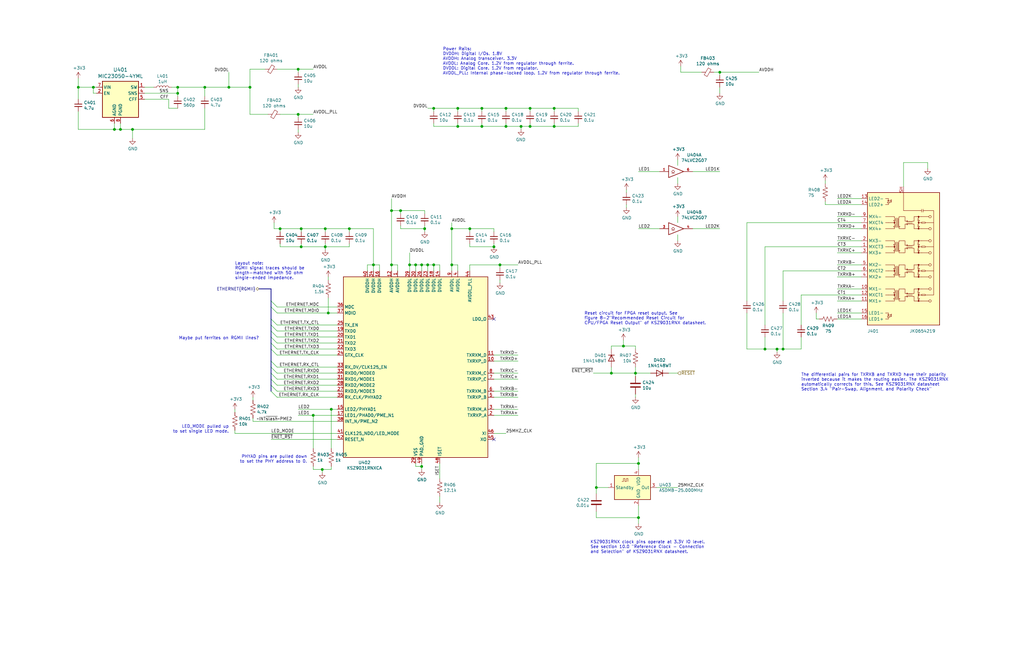
<source format=kicad_sch>
(kicad_sch (version 20201015) (generator eeschema)
  (page 1 15)
  (paper "B")
  (title_block (title "Gigabit Ethernet PHY") (date "2020-07-08") (rev "1.0") (comment 1 "Drawn by: Cameron McQuinn"))
  (bus_alias "RGMII" (members "RXD[0..3]" "TXD[0..3]" "RX_CLK" "TX_CLK" "MDIO" "MDC" "RX_CTL" "TX_CTL"))
  (junction (at 33.02 36.83) (diameter 1.016))
  (junction (at 39.37 36.83) (diameter 1.016))
  (junction (at 48.26 54.61) (diameter 1.016))
  (junction (at 50.8 54.61) (diameter 1.016))
  (junction (at 55.88 54.61) (diameter 1.016))
  (junction (at 74.93 36.83) (diameter 1.016))
  (junction (at 74.93 39.37) (diameter 1.016))
  (junction (at 86.36 36.83) (diameter 1.016))
  (junction (at 96.52 36.83) (diameter 1.016))
  (junction (at 105.41 36.83) (diameter 1.016))
  (junction (at 118.11 96.52) (diameter 1.016))
  (junction (at 125.73 29.21) (diameter 1.016))
  (junction (at 125.73 48.26) (diameter 1.016))
  (junction (at 127 96.52) (diameter 1.016))
  (junction (at 127 104.14) (diameter 1.016))
  (junction (at 132.08 175.26) (diameter 1.016))
  (junction (at 135.89 198.12) (diameter 1.016))
  (junction (at 137.16 96.52) (diameter 1.016))
  (junction (at 137.16 104.14) (diameter 1.016))
  (junction (at 138.43 132.08) (diameter 1.016))
  (junction (at 139.7 172.72) (diameter 1.016))
  (junction (at 147.32 96.52) (diameter 1.016))
  (junction (at 157.48 111.76) (diameter 1.016))
  (junction (at 165.1 88.9) (diameter 1.016))
  (junction (at 165.1 111.76) (diameter 1.016))
  (junction (at 168.91 88.9) (diameter 1.016))
  (junction (at 172.72 111.76) (diameter 1.016))
  (junction (at 175.26 111.76) (diameter 1.016))
  (junction (at 177.8 111.76) (diameter 1.016))
  (junction (at 177.8 196.85) (diameter 1.016))
  (junction (at 179.07 96.52) (diameter 1.016))
  (junction (at 180.34 111.76) (diameter 1.016))
  (junction (at 182.88 45.72) (diameter 1.016))
  (junction (at 182.88 111.76) (diameter 1.016))
  (junction (at 190.5 96.52) (diameter 1.016))
  (junction (at 190.5 111.76) (diameter 1.016))
  (junction (at 193.04 45.72) (diameter 1.016))
  (junction (at 193.04 53.34) (diameter 1.016))
  (junction (at 198.12 96.52) (diameter 1.016))
  (junction (at 203.2 45.72) (diameter 1.016))
  (junction (at 203.2 53.34) (diameter 1.016))
  (junction (at 208.28 104.14) (diameter 1.016))
  (junction (at 210.82 111.76) (diameter 1.016))
  (junction (at 213.36 45.72) (diameter 1.016))
  (junction (at 213.36 53.34) (diameter 1.016))
  (junction (at 219.71 53.34) (diameter 1.016))
  (junction (at 223.52 45.72) (diameter 1.016))
  (junction (at 223.52 53.34) (diameter 1.016))
  (junction (at 233.68 45.72) (diameter 1.016))
  (junction (at 233.68 53.34) (diameter 1.016))
  (junction (at 251.46 205.74) (diameter 1.016))
  (junction (at 257.81 157.48) (diameter 1.016))
  (junction (at 262.89 146.05) (diameter 1.016))
  (junction (at 267.97 157.48) (diameter 1.016))
  (junction (at 269.24 195.58) (diameter 1.016))
  (junction (at 269.24 218.44) (diameter 1.016))
  (junction (at 303.53 30.48) (diameter 1.016))
  (junction (at 322.58 147.32) (diameter 1.016))
  (junction (at 327.66 147.32) (diameter 1.016))
  (junction (at 330.2 147.32) (diameter 1.016))
  (no_connect (at 208.28 134.62))
  (no_connect (at 208.28 185.42))
  (bus_entry (at 114.3 129.54) (size 2.54 2.54) (stroke (width 0.1524)))
  (bus_entry (at 114.3 139.7) (size 2.54 2.54) (stroke (width 0.1524)))
  (bus_entry (at 114.3 142.24) (size 2.54 2.54) (stroke (width 0.1524)))
  (bus_entry (at 114.3 144.78) (size 2.54 2.54) (stroke (width 0.1524)))
  (bus_entry (at 114.3 147.32) (size 2.54 2.54) (stroke (width 0.1524)))
  (bus_entry (at 114.3 154.94) (size 2.54 2.54) (stroke (width 0.1524)))
  (bus_entry (at 114.3 157.48) (size 2.54 2.54) (stroke (width 0.1524)))
  (bus_entry (at 114.3 160.02) (size 2.54 2.54) (stroke (width 0.1524)))
  (bus_entry (at 114.3 162.56) (size 2.54 2.54) (stroke (width 0.1524)))
  (bus_entry (at 114.3 165.1) (size 2.54 2.54) (stroke (width 0.1524)))
  (bus_entry (at 116.84 129.54) (size -2.54 -2.54) (stroke (width 0.1524)))
  (bus_entry (at 116.84 137.16) (size -2.54 -2.54) (stroke (width 0.1524)))
  (bus_entry (at 116.84 139.7) (size -2.54 -2.54) (stroke (width 0.1524)))
  (bus_entry (at 116.84 154.94) (size -2.54 -2.54) (stroke (width 0.1524)))
  (wire (pts (xy 33.02 33.02) (xy 33.02 36.83)))
  (wire (pts (xy 33.02 36.83) (xy 33.02 41.91)))
  (wire (pts (xy 33.02 36.83) (xy 39.37 36.83)))
  (wire (pts (xy 33.02 46.99) (xy 33.02 54.61)))
  (wire (pts (xy 33.02 54.61) (xy 48.26 54.61)))
  (wire (pts (xy 39.37 36.83) (xy 40.64 36.83)))
  (wire (pts (xy 39.37 39.37) (xy 39.37 36.83)))
  (wire (pts (xy 40.64 39.37) (xy 39.37 39.37)))
  (wire (pts (xy 48.26 52.07) (xy 48.26 54.61)))
  (wire (pts (xy 48.26 54.61) (xy 50.8 54.61)))
  (wire (pts (xy 50.8 52.07) (xy 50.8 54.61)))
  (wire (pts (xy 50.8 54.61) (xy 55.88 54.61)))
  (wire (pts (xy 55.88 54.61) (xy 55.88 58.42)))
  (wire (pts (xy 55.88 54.61) (xy 86.36 54.61)))
  (wire (pts (xy 60.96 36.83) (xy 64.77 36.83)))
  (wire (pts (xy 60.96 39.37) (xy 74.93 39.37)))
  (wire (pts (xy 60.96 41.91) (xy 71.12 41.91)))
  (wire (pts (xy 71.12 41.91) (xy 71.12 45.72)))
  (wire (pts (xy 71.12 45.72) (xy 74.93 45.72)))
  (wire (pts (xy 72.39 36.83) (xy 74.93 36.83)))
  (wire (pts (xy 74.93 36.83) (xy 74.93 39.37)))
  (wire (pts (xy 74.93 36.83) (xy 86.36 36.83)))
  (wire (pts (xy 74.93 39.37) (xy 74.93 40.64)))
  (wire (pts (xy 86.36 36.83) (xy 86.36 40.64)))
  (wire (pts (xy 86.36 36.83) (xy 96.52 36.83)))
  (wire (pts (xy 86.36 45.72) (xy 86.36 54.61)))
  (wire (pts (xy 96.52 30.48) (xy 96.52 36.83)))
  (wire (pts (xy 96.52 36.83) (xy 105.41 36.83)))
  (wire (pts (xy 99.06 172.72) (xy 99.06 173.99)))
  (wire (pts (xy 99.06 181.61) (xy 99.06 182.88)))
  (wire (pts (xy 99.06 182.88) (xy 142.24 182.88)))
  (wire (pts (xy 105.41 29.21) (xy 105.41 36.83)))
  (wire (pts (xy 105.41 36.83) (xy 105.41 48.26)))
  (wire (pts (xy 105.41 48.26) (xy 113.03 48.26)))
  (wire (pts (xy 106.68 167.64) (xy 106.68 168.91)))
  (wire (pts (xy 106.68 176.53) (xy 106.68 177.8)))
  (wire (pts (xy 106.68 177.8) (xy 142.24 177.8)))
  (wire (pts (xy 111.76 29.21) (xy 105.41 29.21)))
  (wire (pts (xy 114.3 185.42) (xy 142.24 185.42)))
  (wire (pts (xy 115.57 93.98) (xy 115.57 96.52)))
  (wire (pts (xy 115.57 96.52) (xy 118.11 96.52)))
  (wire (pts (xy 116.84 29.21) (xy 125.73 29.21)))
  (wire (pts (xy 116.84 129.54) (xy 142.24 129.54)))
  (wire (pts (xy 116.84 132.08) (xy 138.43 132.08)))
  (wire (pts (xy 116.84 137.16) (xy 142.24 137.16)))
  (wire (pts (xy 116.84 139.7) (xy 142.24 139.7)))
  (wire (pts (xy 116.84 142.24) (xy 142.24 142.24)))
  (wire (pts (xy 116.84 144.78) (xy 142.24 144.78)))
  (wire (pts (xy 116.84 147.32) (xy 142.24 147.32)))
  (wire (pts (xy 116.84 149.86) (xy 142.24 149.86)))
  (wire (pts (xy 116.84 154.94) (xy 142.24 154.94)))
  (wire (pts (xy 116.84 157.48) (xy 142.24 157.48)))
  (wire (pts (xy 116.84 160.02) (xy 142.24 160.02)))
  (wire (pts (xy 116.84 162.56) (xy 142.24 162.56)))
  (wire (pts (xy 116.84 165.1) (xy 142.24 165.1)))
  (wire (pts (xy 116.84 167.64) (xy 142.24 167.64)))
  (wire (pts (xy 118.11 48.26) (xy 125.73 48.26)))
  (wire (pts (xy 118.11 96.52) (xy 118.11 97.79)))
  (wire (pts (xy 118.11 102.87) (xy 118.11 104.14)))
  (wire (pts (xy 125.73 29.21) (xy 132.08 29.21)))
  (wire (pts (xy 125.73 30.48) (xy 125.73 29.21)))
  (wire (pts (xy 125.73 36.83) (xy 125.73 35.56)))
  (wire (pts (xy 125.73 48.26) (xy 125.73 49.53)))
  (wire (pts (xy 125.73 48.26) (xy 132.08 48.26)))
  (wire (pts (xy 125.73 54.61) (xy 125.73 55.88)))
  (wire (pts (xy 125.73 172.72) (xy 139.7 172.72)))
  (wire (pts (xy 125.73 175.26) (xy 132.08 175.26)))
  (wire (pts (xy 127 96.52) (xy 118.11 96.52)))
  (wire (pts (xy 127 96.52) (xy 127 97.79)))
  (wire (pts (xy 127 96.52) (xy 137.16 96.52)))
  (wire (pts (xy 127 102.87) (xy 127 104.14)))
  (wire (pts (xy 127 104.14) (xy 118.11 104.14)))
  (wire (pts (xy 127 104.14) (xy 137.16 104.14)))
  (wire (pts (xy 132.08 175.26) (xy 132.08 189.23)))
  (wire (pts (xy 132.08 175.26) (xy 142.24 175.26)))
  (wire (pts (xy 132.08 196.85) (xy 132.08 198.12)))
  (wire (pts (xy 132.08 198.12) (xy 135.89 198.12)))
  (wire (pts (xy 135.89 198.12) (xy 135.89 199.39)))
  (wire (pts (xy 135.89 198.12) (xy 139.7 198.12)))
  (wire (pts (xy 137.16 96.52) (xy 137.16 97.79)))
  (wire (pts (xy 137.16 96.52) (xy 147.32 96.52)))
  (wire (pts (xy 137.16 102.87) (xy 137.16 104.14)))
  (wire (pts (xy 137.16 104.14) (xy 137.16 105.41)))
  (wire (pts (xy 138.43 116.84) (xy 138.43 118.11)))
  (wire (pts (xy 138.43 125.73) (xy 138.43 132.08)))
  (wire (pts (xy 138.43 132.08) (xy 142.24 132.08)))
  (wire (pts (xy 139.7 172.72) (xy 139.7 189.23)))
  (wire (pts (xy 139.7 172.72) (xy 142.24 172.72)))
  (wire (pts (xy 139.7 198.12) (xy 139.7 196.85)))
  (wire (pts (xy 147.32 96.52) (xy 147.32 97.79)))
  (wire (pts (xy 147.32 96.52) (xy 157.48 96.52)))
  (wire (pts (xy 147.32 102.87) (xy 147.32 104.14)))
  (wire (pts (xy 147.32 104.14) (xy 137.16 104.14)))
  (wire (pts (xy 154.94 111.76) (xy 157.48 111.76)))
  (wire (pts (xy 154.94 114.3) (xy 154.94 111.76)))
  (wire (pts (xy 157.48 96.52) (xy 157.48 111.76)))
  (wire (pts (xy 157.48 111.76) (xy 157.48 114.3)))
  (wire (pts (xy 157.48 111.76) (xy 160.02 111.76)))
  (wire (pts (xy 160.02 111.76) (xy 160.02 114.3)))
  (wire (pts (xy 165.1 83.82) (xy 165.1 88.9)))
  (wire (pts (xy 165.1 88.9) (xy 165.1 111.76)))
  (wire (pts (xy 165.1 88.9) (xy 168.91 88.9)))
  (wire (pts (xy 165.1 111.76) (xy 165.1 114.3)))
  (wire (pts (xy 167.64 111.76) (xy 165.1 111.76)))
  (wire (pts (xy 167.64 114.3) (xy 167.64 111.76)))
  (wire (pts (xy 168.91 88.9) (xy 168.91 90.17)))
  (wire (pts (xy 168.91 88.9) (xy 179.07 88.9)))
  (wire (pts (xy 168.91 96.52) (xy 168.91 95.25)))
  (wire (pts (xy 168.91 96.52) (xy 179.07 96.52)))
  (wire (pts (xy 172.72 106.68) (xy 172.72 111.76)))
  (wire (pts (xy 172.72 111.76) (xy 172.72 114.3)))
  (wire (pts (xy 175.26 111.76) (xy 172.72 111.76)))
  (wire (pts (xy 175.26 111.76) (xy 175.26 114.3)))
  (wire (pts (xy 175.26 195.58) (xy 175.26 196.85)))
  (wire (pts (xy 175.26 196.85) (xy 177.8 196.85)))
  (wire (pts (xy 177.8 111.76) (xy 175.26 111.76)))
  (wire (pts (xy 177.8 111.76) (xy 177.8 114.3)))
  (wire (pts (xy 177.8 195.58) (xy 177.8 196.85)))
  (wire (pts (xy 177.8 196.85) (xy 177.8 198.12)))
  (wire (pts (xy 179.07 90.17) (xy 179.07 88.9)))
  (wire (pts (xy 179.07 96.52) (xy 179.07 95.25)))
  (wire (pts (xy 179.07 96.52) (xy 179.07 97.79)))
  (wire (pts (xy 180.34 45.72) (xy 182.88 45.72)))
  (wire (pts (xy 180.34 111.76) (xy 177.8 111.76)))
  (wire (pts (xy 180.34 111.76) (xy 180.34 114.3)))
  (wire (pts (xy 182.88 45.72) (xy 193.04 45.72)))
  (wire (pts (xy 182.88 46.99) (xy 182.88 45.72)))
  (wire (pts (xy 182.88 52.07) (xy 182.88 53.34)))
  (wire (pts (xy 182.88 53.34) (xy 193.04 53.34)))
  (wire (pts (xy 182.88 111.76) (xy 180.34 111.76)))
  (wire (pts (xy 182.88 111.76) (xy 182.88 114.3)))
  (wire (pts (xy 185.42 111.76) (xy 182.88 111.76)))
  (wire (pts (xy 185.42 114.3) (xy 185.42 111.76)))
  (wire (pts (xy 185.42 195.58) (xy 185.42 201.93)))
  (wire (pts (xy 185.42 209.55) (xy 185.42 212.09)))
  (wire (pts (xy 190.5 93.98) (xy 190.5 96.52)))
  (wire (pts (xy 190.5 96.52) (xy 190.5 111.76)))
  (wire (pts (xy 190.5 96.52) (xy 198.12 96.52)))
  (wire (pts (xy 190.5 111.76) (xy 193.04 111.76)))
  (wire (pts (xy 190.5 114.3) (xy 190.5 111.76)))
  (wire (pts (xy 193.04 45.72) (xy 193.04 46.99)))
  (wire (pts (xy 193.04 45.72) (xy 203.2 45.72)))
  (wire (pts (xy 193.04 52.07) (xy 193.04 53.34)))
  (wire (pts (xy 193.04 53.34) (xy 203.2 53.34)))
  (wire (pts (xy 193.04 111.76) (xy 193.04 114.3)))
  (wire (pts (xy 198.12 96.52) (xy 198.12 97.79)))
  (wire (pts (xy 198.12 96.52) (xy 208.28 96.52)))
  (wire (pts (xy 198.12 104.14) (xy 198.12 102.87)))
  (wire (pts (xy 198.12 104.14) (xy 208.28 104.14)))
  (wire (pts (xy 198.12 111.76) (xy 198.12 114.3)))
  (wire (pts (xy 198.12 111.76) (xy 210.82 111.76)))
  (wire (pts (xy 203.2 45.72) (xy 203.2 46.99)))
  (wire (pts (xy 203.2 45.72) (xy 213.36 45.72)))
  (wire (pts (xy 203.2 52.07) (xy 203.2 53.34)))
  (wire (pts (xy 203.2 53.34) (xy 213.36 53.34)))
  (wire (pts (xy 208.28 97.79) (xy 208.28 96.52)))
  (wire (pts (xy 208.28 104.14) (xy 208.28 102.87)))
  (wire (pts (xy 208.28 149.86) (xy 218.44 149.86)))
  (wire (pts (xy 208.28 152.4) (xy 218.44 152.4)))
  (wire (pts (xy 208.28 157.48) (xy 218.44 157.48)))
  (wire (pts (xy 208.28 160.02) (xy 218.44 160.02)))
  (wire (pts (xy 208.28 165.1) (xy 218.44 165.1)))
  (wire (pts (xy 208.28 167.64) (xy 218.44 167.64)))
  (wire (pts (xy 208.28 172.72) (xy 218.44 172.72)))
  (wire (pts (xy 208.28 175.26) (xy 218.44 175.26)))
  (wire (pts (xy 208.28 182.88) (xy 213.36 182.88)))
  (wire (pts (xy 210.82 111.76) (xy 210.82 113.03)))
  (wire (pts (xy 210.82 111.76) (xy 218.44 111.76)))
  (wire (pts (xy 210.82 118.11) (xy 210.82 119.38)))
  (wire (pts (xy 213.36 45.72) (xy 213.36 46.99)))
  (wire (pts (xy 213.36 45.72) (xy 223.52 45.72)))
  (wire (pts (xy 213.36 52.07) (xy 213.36 53.34)))
  (wire (pts (xy 213.36 53.34) (xy 219.71 53.34)))
  (wire (pts (xy 219.71 53.34) (xy 219.71 54.61)))
  (wire (pts (xy 223.52 45.72) (xy 223.52 46.99)))
  (wire (pts (xy 223.52 52.07) (xy 223.52 53.34)))
  (wire (pts (xy 223.52 53.34) (xy 219.71 53.34)))
  (wire (pts (xy 233.68 45.72) (xy 223.52 45.72)))
  (wire (pts (xy 233.68 45.72) (xy 233.68 46.99)))
  (wire (pts (xy 233.68 45.72) (xy 243.84 45.72)))
  (wire (pts (xy 233.68 52.07) (xy 233.68 53.34)))
  (wire (pts (xy 233.68 53.34) (xy 223.52 53.34)))
  (wire (pts (xy 233.68 53.34) (xy 243.84 53.34)))
  (wire (pts (xy 243.84 45.72) (xy 243.84 46.99)))
  (wire (pts (xy 243.84 52.07) (xy 243.84 53.34)))
  (wire (pts (xy 250.19 157.48) (xy 257.81 157.48)))
  (wire (pts (xy 251.46 195.58) (xy 251.46 205.74)))
  (wire (pts (xy 251.46 195.58) (xy 269.24 195.58)))
  (wire (pts (xy 251.46 205.74) (xy 251.46 208.28)))
  (wire (pts (xy 251.46 205.74) (xy 256.54 205.74)))
  (wire (pts (xy 251.46 215.9) (xy 251.46 218.44)))
  (wire (pts (xy 251.46 218.44) (xy 269.24 218.44)))
  (wire (pts (xy 257.81 146.05) (xy 262.89 146.05)))
  (wire (pts (xy 257.81 147.32) (xy 257.81 146.05)))
  (wire (pts (xy 257.81 154.94) (xy 257.81 157.48)))
  (wire (pts (xy 257.81 157.48) (xy 267.97 157.48)))
  (wire (pts (xy 262.89 143.51) (xy 262.89 146.05)))
  (wire (pts (xy 262.89 146.05) (xy 267.97 146.05)))
  (wire (pts (xy 264.16 80.01) (xy 264.16 81.28)))
  (wire (pts (xy 264.16 86.36) (xy 264.16 87.63)))
  (wire (pts (xy 267.97 146.05) (xy 267.97 147.32)))
  (wire (pts (xy 267.97 154.94) (xy 267.97 157.48)))
  (wire (pts (xy 267.97 157.48) (xy 267.97 158.75)))
  (wire (pts (xy 267.97 157.48) (xy 274.32 157.48)))
  (wire (pts (xy 267.97 166.37) (xy 267.97 167.64)))
  (wire (pts (xy 269.24 72.39) (xy 278.13 72.39)))
  (wire (pts (xy 269.24 96.52) (xy 278.13 96.52)))
  (wire (pts (xy 269.24 193.04) (xy 269.24 195.58)))
  (wire (pts (xy 269.24 195.58) (xy 269.24 198.12)))
  (wire (pts (xy 269.24 213.36) (xy 269.24 218.44)))
  (wire (pts (xy 269.24 218.44) (xy 269.24 220.98)))
  (wire (pts (xy 276.86 205.74) (xy 285.75 205.74)))
  (wire (pts (xy 281.94 157.48) (xy 285.75 157.48)))
  (wire (pts (xy 285.75 67.31) (xy 285.75 69.85)))
  (wire (pts (xy 285.75 74.93) (xy 285.75 77.47)))
  (wire (pts (xy 285.75 91.44) (xy 285.75 93.98)))
  (wire (pts (xy 285.75 99.06) (xy 285.75 101.6)))
  (wire (pts (xy 287.02 27.94) (xy 287.02 30.48)))
  (wire (pts (xy 287.02 30.48) (xy 295.91 30.48)))
  (wire (pts (xy 292.1 72.39) (xy 303.53 72.39)))
  (wire (pts (xy 292.1 96.52) (xy 303.53 96.52)))
  (wire (pts (xy 303.53 30.48) (xy 300.99 30.48)))
  (wire (pts (xy 303.53 30.48) (xy 303.53 31.75)))
  (wire (pts (xy 303.53 30.48) (xy 320.04 30.48)))
  (wire (pts (xy 303.53 36.83) (xy 303.53 39.37)))
  (wire (pts (xy 314.96 93.98) (xy 363.22 93.98)))
  (wire (pts (xy 314.96 127) (xy 314.96 93.98)))
  (wire (pts (xy 314.96 132.08) (xy 314.96 147.32)))
  (wire (pts (xy 314.96 147.32) (xy 322.58 147.32)))
  (wire (pts (xy 322.58 104.14) (xy 363.22 104.14)))
  (wire (pts (xy 322.58 137.16) (xy 322.58 104.14)))
  (wire (pts (xy 322.58 147.32) (xy 322.58 142.24)))
  (wire (pts (xy 322.58 147.32) (xy 327.66 147.32)))
  (wire (pts (xy 327.66 147.32) (xy 327.66 148.59)))
  (wire (pts (xy 327.66 147.32) (xy 330.2 147.32)))
  (wire (pts (xy 330.2 114.3) (xy 363.22 114.3)))
  (wire (pts (xy 330.2 127) (xy 330.2 114.3)))
  (wire (pts (xy 330.2 147.32) (xy 330.2 132.08)))
  (wire (pts (xy 330.2 147.32) (xy 337.82 147.32)))
  (wire (pts (xy 337.82 124.46) (xy 363.22 124.46)))
  (wire (pts (xy 337.82 137.16) (xy 337.82 124.46)))
  (wire (pts (xy 337.82 147.32) (xy 337.82 142.24)))
  (wire (pts (xy 344.17 132.08) (xy 344.17 134.62)))
  (wire (pts (xy 344.17 134.62) (xy 345.44 134.62)))
  (wire (pts (xy 347.98 76.2) (xy 347.98 77.47)))
  (wire (pts (xy 347.98 85.09) (xy 347.98 86.36)))
  (wire (pts (xy 353.06 83.82) (xy 363.22 83.82)))
  (wire (pts (xy 353.06 91.44) (xy 363.22 91.44)))
  (wire (pts (xy 353.06 96.52) (xy 363.22 96.52)))
  (wire (pts (xy 353.06 101.6) (xy 363.22 101.6)))
  (wire (pts (xy 353.06 106.68) (xy 363.22 106.68)))
  (wire (pts (xy 353.06 111.76) (xy 363.22 111.76)))
  (wire (pts (xy 353.06 116.84) (xy 363.22 116.84)))
  (wire (pts (xy 353.06 121.92) (xy 363.22 121.92)))
  (wire (pts (xy 353.06 127) (xy 363.22 127)))
  (wire (pts (xy 353.06 132.08) (xy 363.22 132.08)))
  (wire (pts (xy 353.06 134.62) (xy 363.22 134.62)))
  (wire (pts (xy 363.22 86.36) (xy 347.98 86.36)))
  (wire (pts (xy 381 68.58) (xy 381 78.74)))
  (wire (pts (xy 391.16 68.58) (xy 381 68.58)))
  (wire (pts (xy 391.16 71.12) (xy 391.16 68.58)))
  (bus (pts (xy 109.22 121.92) (xy 114.3 121.92)))
  (bus (pts (xy 114.3 121.92) (xy 114.3 127)))
  (bus (pts (xy 114.3 127) (xy 114.3 129.54)))
  (bus (pts (xy 114.3 129.54) (xy 114.3 134.62)))
  (bus (pts (xy 114.3 134.62) (xy 114.3 137.16)))
  (bus (pts (xy 114.3 137.16) (xy 114.3 139.7)))
  (bus (pts (xy 114.3 139.7) (xy 114.3 142.24)))
  (bus (pts (xy 114.3 142.24) (xy 114.3 144.78)))
  (bus (pts (xy 114.3 144.78) (xy 114.3 147.32)))
  (bus (pts (xy 114.3 147.32) (xy 114.3 152.4)))
  (bus (pts (xy 114.3 152.4) (xy 114.3 154.94)))
  (bus (pts (xy 114.3 154.94) (xy 114.3 157.48)))
  (bus (pts (xy 114.3 157.48) (xy 114.3 160.02)))
  (bus (pts (xy 114.3 160.02) (xy 114.3 162.56)))
  (bus (pts (xy 114.3 162.56) (xy 114.3 165.1)))
  (text "LED_MODE pulled up\nto set single LED mode." (at 96.52 182.88 180) (effects (font (size 1.27 1.27)) (justify right bottom)))
  (text "Layout note:\nRGMII signal traces should be\nlength-matched with 50 ohm\nsingle-ended impedance." (at 99.06 118.11 0) (effects (font (size 1.27 1.27)) (justify left bottom)))
  (text "Maybe put ferrites on RGMII lines?" (at 109.22 143.51 180) (effects (font (size 1.27 1.27)) (justify right bottom)))
  (text "PHYAD pins are pulled down\nto set the PHY address to 0." (at 129.54 195.58 0) (effects (font (size 1.27 1.27)) (justify right bottom)))
  (text "Power Rails:\nDVDDH: Digital I/Os. 1.8V\nAVDDH: Analog transceiver. 3.3V\nAVDDL: Analog Core. 1.2V from regulator through ferrite.\nDVDDL: Digital Core. 1.2V from regulator.\nAVDDL_PLL: Internal phase-locked loop. 1.2V from regulator through ferrite." (at 186.69 31.75 0) (effects (font (size 1.27 1.27)) (justify left bottom)))
  (text "Reset circuit for FPGA reset output. See \nfigure 8-2\"Recommended Reset Circuit for\nCPU/FPGA Reset Output\" of KSZ9031RNX datasheet." (at 246.38 137.16 0) (effects (font (size 1.27 1.27)) (justify left bottom)))
  (text "KSZ9031RNX clock pins operate at 3.3V IO level.\nSee section 10.0 \"Reference Clock - Connection\nand Selection\" of KSZ9031RNX datasheet." (at 248.92 233.68 0) (effects (font (size 1.27 1.27)) (justify left bottom)))
  (text "The differential pairs for TXRXB and TXRXD have their polarity\ninverted because it makes the routing easier. The KSZ9031RNX\nautomatically corrects for this. See KSZ9031RNX datasheet \nSection 3.4 \"Pair-Swap, Alignment, and Polarity Check\"" (at 337.82 165.1 0) (effects (font (size 1.27 1.27)) (justify left bottom)))
  (label "SNS" (at 71.12 39.37 180))
  (label "CFF" (at 71.12 41.91 180))
  (label "DVDDL" (at 96.52 30.48 180))
  (label "LED_MODE" (at 114.3 182.88 0))
  (label "~ENET_RST" (at 114.3 185.42 0))
  (label "~INT~{slash}~PME2" (at 123.19 177.8 180))
  (label "LED2" (at 125.73 172.72 0))
  (label "LED1" (at 125.73 175.26 0))
  (label "AVDDL" (at 132.08 29.21 0))
  (label "AVDDL_PLL" (at 132.08 48.26 0))
  (label "ETHERNET.MDC" (at 134.62 129.54 180))
  (label "ETHERNET.MDIO" (at 134.62 132.08 180))
  (label "ETHERNET.TX_CTL" (at 134.62 137.16 180))
  (label "ETHERNET.TXD0" (at 134.62 139.7 180))
  (label "ETHERNET.TXD1" (at 134.62 142.24 180))
  (label "ETHERNET.TXD2" (at 134.62 144.78 180))
  (label "ETHERNET.TXD3" (at 134.62 147.32 180))
  (label "ETHERNET.TX_CLK" (at 134.62 149.86 180))
  (label "ETHERNET.RX_CTL" (at 134.62 154.94 180))
  (label "ETHERNET.RXD0" (at 134.62 157.48 180))
  (label "ETHERNET.RXD1" (at 134.62 160.02 180))
  (label "ETHERNET.RXD2" (at 134.62 162.56 180))
  (label "ETHERNET.RXD3" (at 134.62 165.1 180))
  (label "ETHERNET.RX_CLK" (at 134.62 167.64 180))
  (label "AVDDH" (at 165.1 83.82 0))
  (label "DVDDL" (at 172.72 106.68 0))
  (label "DVDDL" (at 180.34 45.72 180))
  (label "ISET" (at 185.42 200.66 90))
  (label "AVDDL" (at 190.5 93.98 0))
  (label "25MHZ_CLK" (at 213.36 182.88 0))
  (label "AVDDL_PLL" (at 218.44 111.76 0))
  (label "TXRXD-" (at 218.44 149.86 180))
  (label "TXRXD+" (at 218.44 152.4 180))
  (label "TXRXC-" (at 218.44 157.48 180))
  (label "TXRXC+" (at 218.44 160.02 180))
  (label "TXRXB-" (at 218.44 165.1 180))
  (label "TXRXB+" (at 218.44 167.64 180))
  (label "TXRXA-" (at 218.44 172.72 180))
  (label "TXRXA+" (at 218.44 175.26 180))
  (label "~ENET_RST" (at 250.19 157.48 180))
  (label "LED1" (at 269.24 72.39 0))
  (label "LED2" (at 269.24 96.52 0))
  (label "25MHZ_CLK" (at 285.75 205.74 0))
  (label "LED1K" (at 303.53 72.39 180))
  (label "LED2K" (at 303.53 96.52 180))
  (label "AVDDH" (at 320.04 30.48 0))
  (label "LED2K" (at 353.06 83.82 0))
  (label "LED2A" (at 353.06 86.36 0))
  (label "TXRXD-" (at 353.06 91.44 0))
  (label "CT4" (at 353.06 93.98 0))
  (label "TXRXD+" (at 353.06 96.52 0))
  (label "TXRXC-" (at 353.06 101.6 0))
  (label "CT3" (at 353.06 104.14 0))
  (label "TXRXC+" (at 353.06 106.68 0))
  (label "TXRXB-" (at 353.06 111.76 0))
  (label "CT2" (at 353.06 114.3 0))
  (label "TXRXB+" (at 353.06 116.84 0))
  (label "TXRXA-" (at 353.06 121.92 0))
  (label "CT1" (at 353.06 124.46 0))
  (label "TXRXA+" (at 353.06 127 0))
  (label "LED1K" (at 353.06 132.08 0))
  (label "LED1A" (at 353.06 134.62 0))
  (hierarchical_label "ETHERNET{RGMII}" (shape bidirectional) (at 109.22 121.92 180))
  (hierarchical_label "~RESET" (shape input) (at 285.75 157.48 0))
  (symbol (lib_id "power:+3V3") (at 33.02 33.02 0) (unit 1)
    (property "Reference" "#PWR0401" (effects hide))
    (property "Value" "+3V3" (at 33.3883 28.6956 0))
  )
  (symbol (lib_id "power:+3V3") (at 99.06 172.72 0) (unit 1)
    (property "Reference" "#PWR0403" (effects hide))
    (property "Value" "+3V3" (at 99.4283 168.3956 0))
  )
  (symbol (lib_id "power:+3V3") (at 106.68 167.64 0) (unit 1)
    (property "Reference" "#PWR0404" (effects hide))
    (property "Value" "+3V3" (at 107.0483 163.3156 0))
  )
  (symbol (lib_id "power:+3V3") (at 115.57 93.98 0) (unit 1)
    (property "Reference" "#PWR0405" (effects hide))
    (property "Value" "+3V3" (at 115.9383 89.6556 0))
  )
  (symbol (lib_id "power:+3V3") (at 138.43 116.84 0) (unit 1)
    (property "Reference" "#PWR0410" (effects hide))
    (property "Value" "+3V3" (at 138.7983 112.5156 0))
  )
  (symbol (lib_id "power:+3V3") (at 262.89 143.51 0) (unit 1)
    (property "Reference" "#PWR0417" (effects hide))
    (property "Value" "+3V3" (at 263.2583 139.1856 0))
  )
  (symbol (lib_id "power:+3V3") (at 264.16 80.01 0) (unit 1)
    (property "Reference" "#PWR0418" (effects hide))
    (property "Value" "+3V3" (at 264.5283 75.6856 0))
  )
  (symbol (lib_id "power:+3V3") (at 269.24 193.04 0) (unit 1)
    (property "Reference" "#PWR0421" (effects hide))
    (property "Value" "+3V3" (at 269.6083 188.7156 0))
  )
  (symbol (lib_id "power:+3V3") (at 285.75 67.31 0) (unit 1)
    (property "Reference" "#PWR0423" (effects hide))
    (property "Value" "+3V3" (at 286.1183 62.9856 0))
  )
  (symbol (lib_id "power:+3V3") (at 285.75 91.44 0) (unit 1)
    (property "Reference" "#PWR0425" (effects hide))
    (property "Value" "+3V3" (at 286.1183 87.1156 0))
  )
  (symbol (lib_id "power:+3V3") (at 287.02 27.94 0) (unit 1)
    (property "Reference" "#PWR0427" (effects hide))
    (property "Value" "+3V3" (at 287.3883 23.6156 0))
  )
  (symbol (lib_id "power:+3V3") (at 344.17 132.08 0) (unit 1)
    (property "Reference" "#PWR0430" (effects hide))
    (property "Value" "+3V3" (at 344.5383 127.7556 0))
  )
  (symbol (lib_id "power:+3V3") (at 347.98 76.2 0) (unit 1)
    (property "Reference" "#PWR0431" (effects hide))
    (property "Value" "+3V3" (at 348.3483 71.8756 0))
  )
  (symbol (lib_id "Device:L") (at 68.58 36.83 90) (unit 1)
    (property "Reference" "L401" (at 68.58 32.1118 90))
    (property "Value" "1uH" (at 68.58 34.417 90))
    (property "Footprint" "Inductor_SMD:L_0805_2012Metric" (effects hide))
    (property "Manufacturer" "TDK" (effects hide))
    (property "Part Number" "MLP2016S1R0MT0S1" (effects hide))
  )
  (symbol (lib_id "power:GND") (at 55.88 58.42 0) (unit 1)
    (property "Reference" "#PWR0402" (effects hide))
    (property "Value" "GND" (at 55.9943 62.7444 0))
  )
  (symbol (lib_id "power:GND") (at 125.73 36.83 0) (unit 1)
    (property "Reference" "#PWR0406" (effects hide))
    (property "Value" "GND" (at 125.8443 41.1544 0))
  )
  (symbol (lib_id "power:GND") (at 125.73 55.88 0) (unit 1)
    (property "Reference" "#PWR0407" (effects hide))
    (property "Value" "GND" (at 125.8443 60.2044 0))
  )
  (symbol (lib_id "power:GND") (at 135.89 199.39 0) (unit 1)
    (property "Reference" "#PWR0408" (effects hide))
    (property "Value" "GND" (at 136.0043 203.7144 0))
  )
  (symbol (lib_id "power:GND") (at 137.16 105.41 0) (unit 1)
    (property "Reference" "#PWR0409" (effects hide))
    (property "Value" "GND" (at 137.2743 109.7344 0))
  )
  (symbol (lib_id "power:GND") (at 177.8 198.12 0) (unit 1)
    (property "Reference" "#PWR0411" (effects hide))
    (property "Value" "GND" (at 177.9143 202.4444 0))
  )
  (symbol (lib_id "power:GND") (at 179.07 97.79 0) (unit 1)
    (property "Reference" "#PWR0412" (effects hide))
    (property "Value" "GND" (at 179.1843 102.1144 0))
  )
  (symbol (lib_id "power:GND") (at 185.42 212.09 0) (unit 1)
    (property "Reference" "#PWR0413" (effects hide))
    (property "Value" "GND" (at 185.5343 216.4144 0))
  )
  (symbol (lib_id "power:GND") (at 208.28 104.14 0) (unit 1)
    (property "Reference" "#PWR0414" (effects hide))
    (property "Value" "GND" (at 208.3943 108.4644 0))
  )
  (symbol (lib_id "power:GND") (at 210.82 119.38 0) (unit 1)
    (property "Reference" "#PWR0415" (effects hide))
    (property "Value" "GND" (at 210.9343 123.7044 0))
  )
  (symbol (lib_id "power:GND") (at 219.71 54.61 0) (mirror y) (unit 1)
    (property "Reference" "#PWR0416" (effects hide))
    (property "Value" "GND" (at 219.5957 58.9344 0))
  )
  (symbol (lib_id "power:GND") (at 264.16 87.63 0) (unit 1)
    (property "Reference" "#PWR0419" (effects hide))
    (property "Value" "GND" (at 264.2743 91.9544 0))
  )
  (symbol (lib_id "power:GND") (at 267.97 167.64 0) (unit 1)
    (property "Reference" "#PWR0420" (effects hide))
    (property "Value" "GND" (at 268.0843 171.9644 0))
  )
  (symbol (lib_id "power:GND") (at 269.24 220.98 0) (unit 1)
    (property "Reference" "#PWR0422" (effects hide))
    (property "Value" "GND" (at 269.3543 225.3044 0))
  )
  (symbol (lib_id "power:GND") (at 285.75 77.47 0) (unit 1)
    (property "Reference" "#PWR0424" (effects hide))
    (property "Value" "GND" (at 285.8643 81.7944 0))
  )
  (symbol (lib_id "power:GND") (at 285.75 101.6 0) (unit 1)
    (property "Reference" "#PWR0426" (effects hide))
    (property "Value" "GND" (at 285.8643 105.9244 0))
  )
  (symbol (lib_id "power:GND") (at 303.53 39.37 0) (unit 1)
    (property "Reference" "#PWR0428" (effects hide))
    (property "Value" "GND" (at 303.6443 43.6944 0))
  )
  (symbol (lib_id "power:GND") (at 327.66 148.59 0) (unit 1)
    (property "Reference" "#PWR0429" (effects hide))
    (property "Value" "GND" (at 327.7743 152.9144 0))
  )
  (symbol (lib_id "power:GND") (at 391.16 71.12 0) (unit 1)
    (property "Reference" "#PWR0432" (effects hide))
    (property "Value" "GND" (at 391.2743 75.4444 0))
  )
  (symbol (lib_id "Device:R_US") (at 99.06 177.8 0) (unit 1)
    (property "Reference" "R401" (at 100.7111 176.6506 0) (effects (justify left)))
    (property "Value" "10k" (at 100.7111 178.9493 0) (effects (justify left)))
    (property "Footprint" "Resistor_SMD:R_0402_1005Metric" (effects hide))
  )
  (symbol (lib_id "Device:R_US") (at 106.68 172.72 0) (unit 1)
    (property "Reference" "R402" (at 108.3311 171.5706 0) (effects (justify left)))
    (property "Value" "4.7k" (at 108.3311 173.8693 0) (effects (justify left)))
    (property "Footprint" "Resistor_SMD:R_0402_1005Metric" (effects hide))
  )
  (symbol (lib_id "Device:R_US") (at 132.08 193.04 0) (unit 1)
    (property "Reference" "R403" (at 133.7311 191.8906 0) (effects (justify left)))
    (property "Value" "1k" (at 133.7311 194.1893 0) (effects (justify left)))
    (property "Footprint" "Resistor_SMD:R_0402_1005Metric" (effects hide))
  )
  (symbol (lib_id "Device:R_US") (at 138.43 121.92 0) (unit 1)
    (property "Reference" "R404" (at 136.7789 120.7706 0) (effects (justify right)))
    (property "Value" "1.5k" (at 136.7789 123.0693 0) (effects (justify right)))
    (property "Footprint" "Resistor_SMD:R_0402_1005Metric" (effects hide))
  )
  (symbol (lib_id "Device:R_US") (at 139.7 193.04 0) (unit 1)
    (property "Reference" "R405" (at 141.3511 191.8906 0) (effects (justify left)))
    (property "Value" "1k" (at 141.3511 194.1893 0) (effects (justify left)))
    (property "Footprint" "Resistor_SMD:R_0402_1005Metric" (effects hide))
  )
  (symbol (lib_id "Device:R_US") (at 185.42 205.74 0) (unit 1)
    (property "Reference" "R406" (at 187.0711 204.5906 0) (effects (justify left)))
    (property "Value" "12.1k" (at 187.0711 206.8893 0) (effects (justify left)))
    (property "Footprint" "Resistor_SMD:R_0402_1005Metric" (effects hide))
  )
  (symbol (lib_id "Device:R_US") (at 267.97 151.13 0) (unit 1)
    (property "Reference" "R407" (at 266.319 149.9806 0) (effects (justify right)))
    (property "Value" "10k" (at 266.319 152.2793 0) (effects (justify right)))
    (property "Footprint" "Resistor_SMD:R_0402_1005Metric" (effects hide))
  )
  (symbol (lib_id "Device:R_US") (at 347.98 81.28 180) (unit 1)
    (property "Reference" "R408" (at 340.7411 80.1306 0) (effects (justify right)))
    (property "Value" "75" (at 340.7411 82.4293 0) (effects (justify right)))
    (property "Footprint" "Resistor_SMD:R_0603_1608Metric" (effects hide))
  )
  (symbol (lib_id "Device:R_US") (at 349.25 134.62 270) (unit 1)
    (property "Reference" "R409" (at 349.25 137.4204 90))
    (property "Value" "75" (at 349.25 139.7191 90))
    (property "Footprint" "Resistor_SMD:R_0603_1608Metric" (effects hide))
  )
  (symbol (lib_id "Device:C_Small") (at 33.02 44.45 0) (unit 1)
    (property "Reference" "C401" (at 35.3442 43.3006 0) (effects (justify left)))
    (property "Value" "4.7u" (at 35.3442 45.5993 0) (effects (justify left)))
    (property "Footprint" "Capacitor_SMD:C_0603_1608Metric" (effects hide))
  )
  (symbol (lib_id "Device:C_Small") (at 74.93 43.18 0) (unit 1)
    (property "Reference" "C402" (at 77.2542 42.0306 0) (effects (justify left)))
    (property "Value" "560p" (at 77.2542 44.3293 0) (effects (justify left)))
    (property "Footprint" "Capacitor_SMD:C_0402_1005Metric" (effects hide))
    (property "Rated Voltage" "50V" (effects hide))
  )
  (symbol (lib_id "Device:C_Small") (at 86.36 43.18 0) (unit 1)
    (property "Reference" "C403" (at 88.6842 42.0306 0) (effects (justify left)))
    (property "Value" "4.7u" (at 88.6968 44.323 0) (effects (justify left)))
    (property "Footprint" "Capacitor_SMD:C_0603_1608Metric" (effects hide))
  )
  (symbol (lib_id "Device:C_Small") (at 118.11 100.33 0) (unit 1)
    (property "Reference" "C404" (at 120.4342 99.1806 0) (effects (justify left)))
    (property "Value" "10u" (at 120.4342 101.4793 0) (effects (justify left)))
    (property "Footprint" "Capacitor_SMD:C_0603_1608Metric" (effects hide))
    (property "Manufacturer" "Samsung Electro-Mechanics" (effects hide))
    (property "Part Number" "CL10A106KP8NNNC" (effects hide))
    (property "Rated Voltage" "10V" (effects hide))
    (property "Temperature Coefficient" "X5R" (effects hide))
    (property "LCSC Part Number" "C19702" (effects hide))
  )
  (symbol (lib_id "Device:C_Small") (at 125.73 33.02 0) (unit 1)
    (property "Reference" "C405" (at 128.0542 31.8706 0) (effects (justify left)))
    (property "Value" "10u" (at 128.0542 34.1693 0) (effects (justify left)))
    (property "Footprint" "Capacitor_SMD:C_0402_1005Metric" (effects hide))
    (property "Manufacturer" "Samsung Electro-Mechanics" (effects hide))
    (property "Part Number" "CL05A106MQ5NUNC" (effects hide))
    (property "Rated Voltage" "6.3V" (effects hide))
    (property "Temperature Coefficient" "X5R" (effects hide))
  )
  (symbol (lib_id "Device:C_Small") (at 125.73 52.07 0) (unit 1)
    (property "Reference" "C406" (at 128.0542 50.9206 0) (effects (justify left)))
    (property "Value" "10u" (at 128.0542 53.2193 0) (effects (justify left)))
    (property "Footprint" "Capacitor_SMD:C_0402_1005Metric" (effects hide))
    (property "Manufacturer" "Samsung Electro-Mechanics" (effects hide))
    (property "Part Number" "CL05A106MQ5NUNC" (effects hide))
    (property "Rated Voltage" "6.3V" (effects hide))
    (property "Temperature Coefficient" "X5R" (effects hide))
  )
  (symbol (lib_id "Device:C_Small") (at 127 100.33 0) (unit 1)
    (property "Reference" "C407" (at 129.3242 99.1806 0) (effects (justify left)))
    (property "Value" "0.1u" (at 129.3242 101.4793 0) (effects (justify left)))
    (property "Footprint" "Capacitor_SMD:C_0402_1005Metric" (effects hide))
    (property "Temperature Coefficient" "X7R" (effects hide))
  )
  (symbol (lib_id "Device:C_Small") (at 137.16 100.33 0) (unit 1)
    (property "Reference" "C408" (at 139.4842 99.1806 0) (effects (justify left)))
    (property "Value" "0.1u" (at 139.4842 101.4793 0) (effects (justify left)))
    (property "Footprint" "Capacitor_SMD:C_0402_1005Metric" (effects hide))
    (property "Temperature Coefficient" "X7R" (effects hide))
  )
  (symbol (lib_id "Device:C_Small") (at 147.32 100.33 0) (unit 1)
    (property "Reference" "C409" (at 149.6442 99.1806 0) (effects (justify left)))
    (property "Value" "0.1u" (at 149.6442 101.4793 0) (effects (justify left)))
    (property "Footprint" "Capacitor_SMD:C_0402_1005Metric" (effects hide))
    (property "Temperature Coefficient" "X7R" (effects hide))
  )
  (symbol (lib_id "Device:C_Small") (at 168.91 92.71 0) (unit 1)
    (property "Reference" "C410" (at 171.2342 91.5606 0) (effects (justify left)))
    (property "Value" "0.1u" (at 171.2342 93.8593 0) (effects (justify left)))
    (property "Footprint" "Capacitor_SMD:C_0402_1005Metric" (effects hide))
    (property "Temperature Coefficient" "X7R" (effects hide))
  )
  (symbol (lib_id "Device:C_Small") (at 179.07 92.71 0) (unit 1)
    (property "Reference" "C411" (at 181.3942 91.5606 0) (effects (justify left)))
    (property "Value" "0.1u" (at 181.3942 93.8593 0) (effects (justify left)))
    (property "Footprint" "Capacitor_SMD:C_0402_1005Metric" (effects hide))
    (property "Temperature Coefficient" "X7R" (effects hide))
  )
  (symbol (lib_id "Device:C_Small") (at 182.88 49.53 0) (unit 1)
    (property "Reference" "C412" (at 185.2042 48.3806 0) (effects (justify left)))
    (property "Value" "10u" (at 185.2042 50.6793 0) (effects (justify left)))
    (property "Footprint" "Capacitor_SMD:C_0402_1005Metric" (effects hide))
    (property "Manufacturer" "Samsung Electro-Mechanics" (effects hide))
    (property "Part Number" "CL05A106MQ5NUNC" (effects hide))
    (property "Rated Voltage" "6.3V" (effects hide))
  )
  (symbol (lib_id "Device:C_Small") (at 193.04 49.53 0) (unit 1)
    (property "Reference" "C413" (at 195.3642 48.3806 0) (effects (justify left)))
    (property "Value" "0.1u" (at 195.3642 50.6793 0) (effects (justify left)))
    (property "Footprint" "Capacitor_SMD:C_0402_1005Metric" (effects hide))
    (property "Temperature Coefficient" "X7R" (effects hide))
  )
  (symbol (lib_id "Device:C_Small") (at 198.12 100.33 0) (unit 1)
    (property "Reference" "C414" (at 200.4442 99.1806 0) (effects (justify left)))
    (property "Value" "0.1u" (at 200.4442 101.4793 0) (effects (justify left)))
    (property "Footprint" "Capacitor_SMD:C_0402_1005Metric" (effects hide))
    (property "Temperature Coefficient" "X7R" (effects hide))
  )
  (symbol (lib_id "Device:C_Small") (at 203.2 49.53 0) (unit 1)
    (property "Reference" "C415" (at 205.5242 48.3806 0) (effects (justify left)))
    (property "Value" "0.1u" (at 205.5242 50.6793 0) (effects (justify left)))
    (property "Footprint" "Capacitor_SMD:C_0402_1005Metric" (effects hide))
    (property "Temperature Coefficient" "X7R" (effects hide))
  )
  (symbol (lib_id "Device:C_Small") (at 208.28 100.33 0) (unit 1)
    (property "Reference" "C416" (at 210.6042 99.1806 0) (effects (justify left)))
    (property "Value" "0.1u" (at 210.6042 101.4793 0) (effects (justify left)))
    (property "Footprint" "Capacitor_SMD:C_0402_1005Metric" (effects hide))
    (property "Temperature Coefficient" "X7R" (effects hide))
  )
  (symbol (lib_id "Device:C_Small") (at 210.82 115.57 0) (unit 1)
    (property "Reference" "C417" (at 213.1442 114.4206 0) (effects (justify left)))
    (property "Value" "0.1u" (at 213.1442 116.7193 0) (effects (justify left)))
    (property "Footprint" "Capacitor_SMD:C_0402_1005Metric" (effects hide))
    (property "Temperature Coefficient" "X7R" (effects hide))
  )
  (symbol (lib_id "Device:C_Small") (at 213.36 49.53 0) (unit 1)
    (property "Reference" "C418" (at 215.6842 48.3806 0) (effects (justify left)))
    (property "Value" "0.1u" (at 215.6842 50.6793 0) (effects (justify left)))
    (property "Footprint" "Capacitor_SMD:C_0402_1005Metric" (effects hide))
    (property "Temperature Coefficient" "X7R" (effects hide))
  )
  (symbol (lib_id "Device:C_Small") (at 223.52 49.53 0) (unit 1)
    (property "Reference" "C419" (at 225.8442 48.3806 0) (effects (justify left)))
    (property "Value" "0.1u" (at 225.8442 50.6793 0) (effects (justify left)))
    (property "Footprint" "Capacitor_SMD:C_0402_1005Metric" (effects hide))
    (property "Temperature Coefficient" "X7R" (effects hide))
  )
  (symbol (lib_id "Device:C_Small") (at 233.68 49.53 0) (unit 1)
    (property "Reference" "C420" (at 236.0042 48.3806 0) (effects (justify left)))
    (property "Value" "0.1u" (at 236.0042 50.6793 0) (effects (justify left)))
    (property "Footprint" "Capacitor_SMD:C_0402_1005Metric" (effects hide))
    (property "Temperature Coefficient" "X7R" (effects hide))
  )
  (symbol (lib_id "Device:C_Small") (at 243.84 49.53 0) (unit 1)
    (property "Reference" "C421" (at 246.1642 48.3806 0) (effects (justify left)))
    (property "Value" "0.1u" (at 246.1642 50.6793 0) (effects (justify left)))
    (property "Footprint" "Capacitor_SMD:C_0402_1005Metric" (effects hide))
    (property "Temperature Coefficient" "X7R" (effects hide))
  )
  (symbol (lib_id "Device:C_Small") (at 264.16 83.82 0) (unit 1)
    (property "Reference" "C423" (at 266.4842 82.6706 0) (effects (justify left)))
    (property "Value" "0.1u" (at 266.4842 84.9693 0) (effects (justify left)))
    (property "Footprint" "Capacitor_SMD:C_0603_1608Metric" (effects hide))
    (property "Temperature Coefficient" "X7R" (effects hide))
  )
  (symbol (lib_id "Device:C_Small") (at 303.53 34.29 0) (unit 1)
    (property "Reference" "C425" (at 305.8542 33.1406 0) (effects (justify left)))
    (property "Value" "10u" (at 305.8542 35.4393 0) (effects (justify left)))
    (property "Footprint" "Capacitor_SMD:C_0603_1608Metric" (effects hide))
    (property "Manufacturer" "Samsung Electro-Mechanics" (effects hide))
    (property "Part Number" "CL10A106KP8NNNC" (effects hide))
    (property "Rated Voltage" "10V" (effects hide))
    (property "Temperature Coefficient" "X5R" (effects hide))
    (property "LCSC Part Number" "C19702" (effects hide))
  )
  (symbol (lib_id "Device:C_Small") (at 314.96 129.54 0) (unit 1)
    (property "Reference" "C426" (at 317.2842 128.3906 0) (effects (justify left)))
    (property "Value" "0.1u" (at 317.2842 130.6893 0) (effects (justify left)))
    (property "Footprint" "Capacitor_SMD:C_0603_1608Metric" (effects hide))
    (property "Rated Voltage" "25V" (effects hide))
    (property "Temperature Coefficient" "X7R" (effects hide))
  )
  (symbol (lib_id "Device:C_Small") (at 322.58 139.7 0) (unit 1)
    (property "Reference" "C427" (at 324.9042 138.5506 0) (effects (justify left)))
    (property "Value" "0.1u" (at 324.9042 140.8493 0) (effects (justify left)))
    (property "Footprint" "Capacitor_SMD:C_0603_1608Metric" (effects hide))
    (property "Rated Voltage" "25V" (effects hide))
    (property "Temperature Coefficient" "X7R" (effects hide))
  )
  (symbol (lib_id "Device:C_Small") (at 330.2 129.54 0) (unit 1)
    (property "Reference" "C428" (at 332.5242 128.3906 0) (effects (justify left)))
    (property "Value" "0.1u" (at 332.5242 130.6893 0) (effects (justify left)))
    (property "Footprint" "Capacitor_SMD:C_0603_1608Metric" (effects hide))
    (property "Rated Voltage" "25V" (effects hide))
    (property "Temperature Coefficient" "X7R" (effects hide))
  )
  (symbol (lib_id "Device:C_Small") (at 337.82 139.7 0) (unit 1)
    (property "Reference" "C429" (at 340.1442 138.5506 0) (effects (justify left)))
    (property "Value" "0.1u" (at 340.1442 140.8493 0) (effects (justify left)))
    (property "Footprint" "Capacitor_SMD:C_0603_1608Metric" (effects hide))
    (property "Rated Voltage" "25V" (effects hide))
    (property "Temperature Coefficient" "X7R" (effects hide))
  )
  (symbol (lib_id "Device:Ferrite_Bead_Small") (at 114.3 29.21 270) (unit 1)
    (property "Reference" "FB401" (at 114.3 23.298 90))
    (property "Value" "120 ohms" (at 114.3 25.5967 90))
    (property "Footprint" "Inductor_SMD:L_0603_1608Metric" (effects hide))
    (property "LCSC Part Number" "C73100" (effects hide))
    (property "Manufacturer" "Murata Electronics" (effects hide))
    (property "Part Number" "BLM18PG121SN1D" (effects hide))
  )
  (symbol (lib_id "Device:Ferrite_Bead_Small") (at 115.57 48.26 270) (unit 1)
    (property "Reference" "FB402" (at 115.57 42.348 90))
    (property "Value" "120 ohms" (at 115.57 44.6467 90))
    (property "Footprint" "Inductor_SMD:L_0603_1608Metric" (effects hide))
    (property "LCSC Part Number" "C73100" (effects hide))
    (property "Manufacturer" "Murata Electronics" (effects hide))
    (property "Part Number" "BLM18PG121SN1D" (effects hide))
  )
  (symbol (lib_id "Device:Ferrite_Bead_Small") (at 298.45 30.48 90) (unit 1)
    (property "Reference" "FB403" (at 298.45 24.568 90))
    (property "Value" "120 ohms" (at 298.45 26.8667 90))
    (property "Footprint" "Inductor_SMD:L_0603_1608Metric" (effects hide))
    (property "LCSC Part Number" "C73100" (effects hide))
    (property "Manufacturer" "Murata Electronics" (effects hide))
    (property "Part Number" "BLM18PG121SN1D" (effects hide))
  )
  (symbol (lib_id "Diode:1N4148WT") (at 257.81 151.13 270) (unit 1)
    (property "Reference" "D401" (at 255.778 149.9806 90) (effects (justify right)))
    (property "Value" "1N4148WT" (at 255.778 152.2793 90) (effects (justify right)))
    (property "Footprint" "Diode_SMD:D_SOD-523" (effects hide))
    (property "Datasheet" "https://www.diodes.com/assets/Datasheets/ds30396.pdf" (effects hide))
  )
  (symbol (lib_id "Diode:1N4148WT") (at 278.13 157.48 180) (unit 1)
    (property "Reference" "D402" (at 278.13 151.9998 0))
    (property "Value" "1N4148WT" (at 278.13 154.2985 0))
    (property "Footprint" "Diode_SMD:D_SOD-523" (effects hide))
    (property "Datasheet" "https://www.diodes.com/assets/Datasheets/ds30396.pdf" (effects hide))
  )
  (symbol (lib_id "Device:C") (at 251.46 212.09 0) (unit 1)
    (property "Reference" "C422" (at 248.5389 210.9406 0) (effects (justify right)))
    (property "Value" "0.01u" (at 248.5389 213.2393 0) (effects (justify right)))
    (property "Footprint" "Capacitor_SMD:C_0603_1608Metric" (effects hide))
  )
  (symbol (lib_id "Device:C") (at 267.97 162.56 0) (unit 1)
    (property "Reference" "C424" (at 270.8911 161.4106 0) (effects (justify left)))
    (property "Value" "10u" (at 270.8911 163.7093 0) (effects (justify left)))
    (property "Footprint" "Capacitor_SMD:C_0402_1005Metric" (effects hide))
  )
  (symbol (lib_id "74xGxx:74LVC2G07") (at 285.75 72.39 0) (unit 1)
    (property "Reference" "U404" (at 292.735 65.3858 0))
    (property "Value" "74LVC2G07" (at 292.735 67.6845 0))
    (property "Footprint" "Package_TO_SOT_SMD:SOT-23-6" (effects hide))
    (property "Datasheet" "http://www.ti.com/lit/sg/scyt129e/scyt129e.pdf" (effects hide))
  )
  (symbol (lib_id "74xGxx:74LVC2G07") (at 285.75 96.52 0) (unit 2)
    (property "Reference" "U404" (at 292.735 89.5158 0))
    (property "Value" "74LVC2G07" (at 292.735 91.8145 0))
    (property "Footprint" "Package_TO_SOT_SMD:SOT-23-6" (effects hide))
    (property "Datasheet" "http://www.ti.com/lit/sg/scyt129e/scyt129e.pdf" (effects hide))
  )
  (symbol (lib_id "Oscillator:ASDMB-xxxMHz") (at 266.7 205.74 0) (unit 1)
    (property "Reference" "U403" (at 277.8761 204.5906 0) (effects (justify left)))
    (property "Value" "ASDMB-25.000MHz" (at 277.8761 206.8893 0) (effects (justify left)))
    (property "Footprint" "Oscillator:Oscillator_SMD_Abracon_ASDMB-4Pin_2.5x2.0mm" (effects hide))
    (property "Datasheet" "https://abracon.com/Oscillators/ASDMB.pdf" (effects hide))
  )
  (symbol (lib_id "Regulator_Switching:MIC23050-4YML") (at 50.8 41.91 0) (unit 1)
    (property "Reference" "U401" (at 50.8 29.4411 0) (effects (font (size 1.524 1.524))))
    (property "Value" "MIC23050-4YML" (at 50.8 32.1487 0) (effects (font (size 1.524 1.524))))
    (property "Footprint" "Package_DFN_QFN:Micrel_MLF-8-1EP_2x2mm_P0.5mm_EP0.8x1.3mm_ThermalVias" (effects hide))
    (property "Datasheet" "http://ww1.microchip.com/downloads/en/DeviceDoc/mic23050.pdf" (effects hide))
  )
  (symbol (lib_id "Connector:JK0654219") (at 381 109.22 0) (mirror x) (unit 1)
    (property "Reference" "J401" (at 365.76 139.7 0) (effects (justify left)))
    (property "Value" "JK0654219" (at 383.54 139.7 0) (effects (justify left)))
    (property "Footprint" "Connector_RJ:RJ45_Pulse_JK0654219NL_Horizontal" (effects hide))
    (property "Datasheet" "https://media.digikey.com/pdf/Data%20Sheets/Pulse%20PDFs/JK%20Series.pdf" (effects hide))
  )
  (symbol (lib_id "Interface_Ethernet:KSZ9031RNXCA") (at 175.26 154.94 0) (unit 1)
    (property "Reference" "U402" (at 153.67 195.2054 0))
    (property "Value" "KSZ9031RNXCA" (at 153.67 197.5041 0))
    (property "Footprint" "Package_DFN_QFN:QFN-48-1EP_7x7mm_P0.5mm_EP5.15x5.15mm" (effects hide))
    (property "Datasheet" "http://ww1.microchip.com/downloads/en/DeviceDoc/00002117C.pdf" (effects hide))
  )
)
</source>
